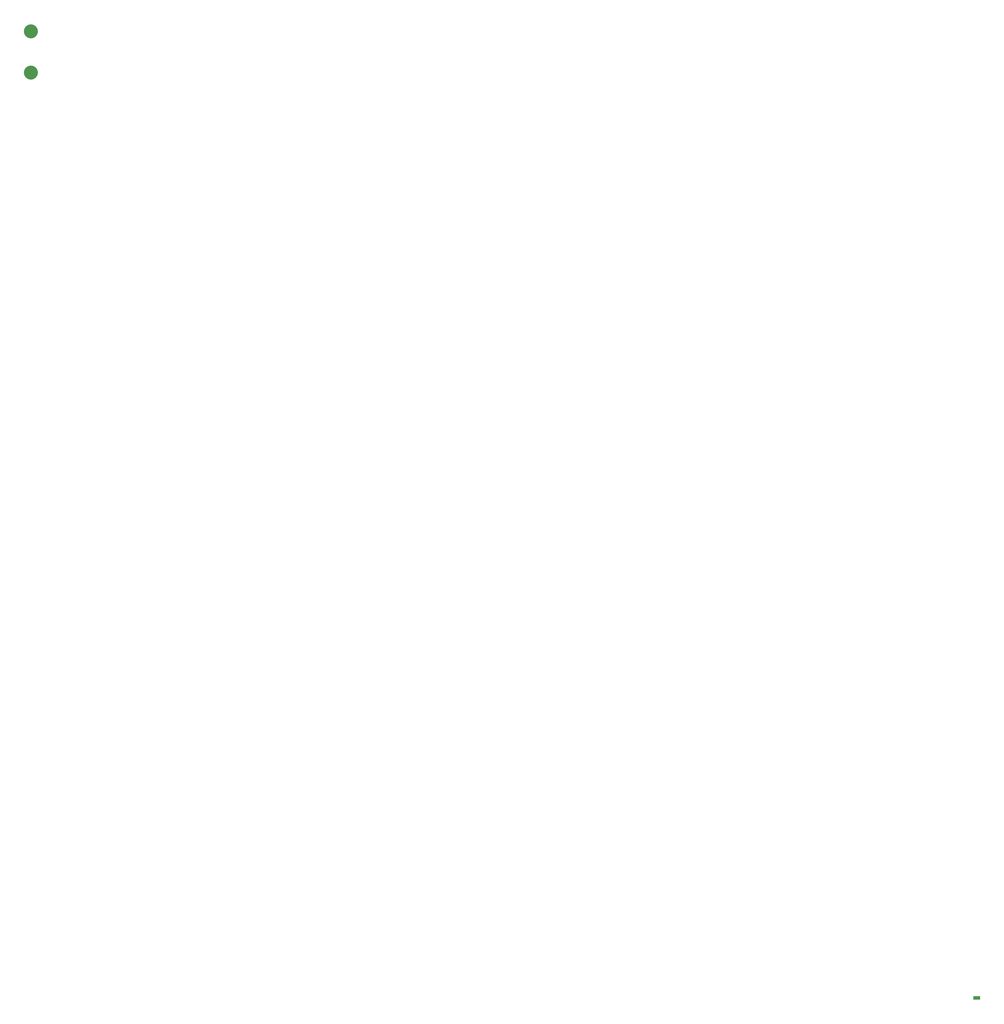
<source format=gbr>
%TF.GenerationSoftware,KiCad,Pcbnew,7.0.1-3b83917a11~172~ubuntu22.04.1*%
%TF.CreationDate,2023-12-10T15:59:10-05:00*%
%TF.ProjectId,coil_template_second,636f696c-5f74-4656-9d70-6c6174655f73,rev?*%
%TF.SameCoordinates,Original*%
%TF.FileFunction,Soldermask,Top*%
%TF.FilePolarity,Negative*%
%FSLAX46Y46*%
G04 Gerber Fmt 4.6, Leading zero omitted, Abs format (unit mm)*
G04 Created by KiCad (PCBNEW 7.0.1-3b83917a11~172~ubuntu22.04.1) date 2023-12-10 15:59:10*
%MOMM*%
%LPD*%
G01*
G04 APERTURE LIST*
%ADD10C,10.160000*%
%ADD11R,5.000000X2.500000*%
G04 APERTURE END LIST*
D10*
%TO.C,J1*%
X45240000Y-75240000D03*
X45240000Y-45270000D03*
%TD*%
D11*
%TO.C,P1*%
X732343547Y-747375595D03*
%TD*%
M02*

</source>
